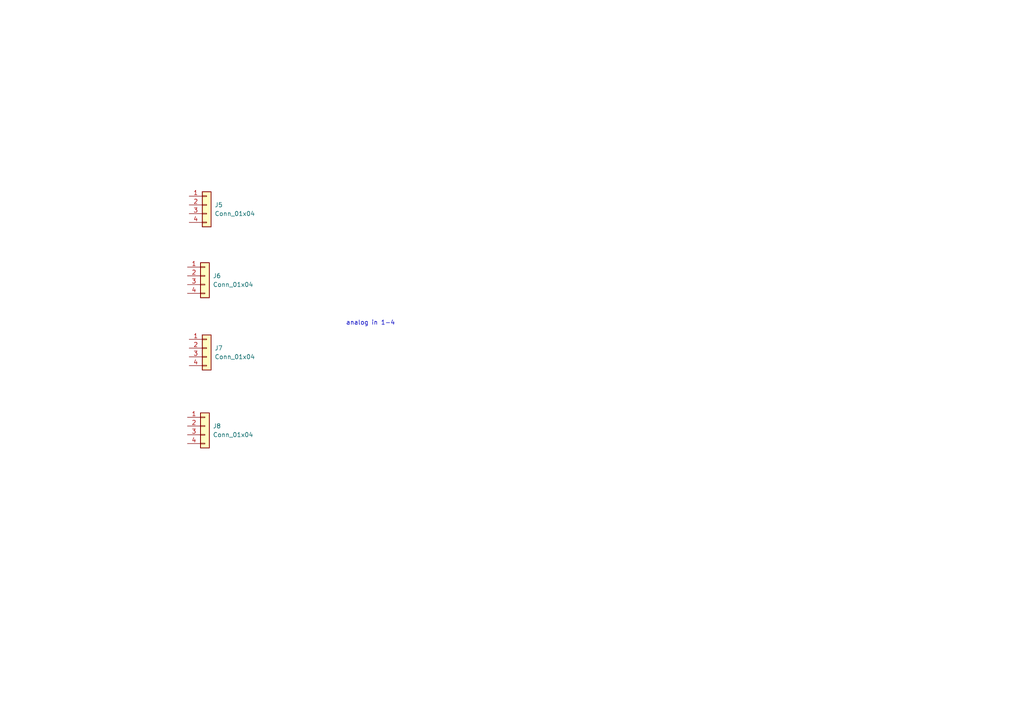
<source format=kicad_sch>
(kicad_sch (version 20230121) (generator eeschema)
  (paper "A4")
  (lib_symbols
    (symbol "Connector_Generic:Conn_01x04" (pin_names (offset 1.016) hide)
      (property "Reference" "J" (at 0 5.08 0))
      (property "Value" "Conn_01x04" (at 0 -7.62 0))
      (symbol "Conn_01x04_1_1"
        (rectangle (start -1.27 -4.953) (end 0 -5.207) (stroke (width 0.1524)))
        (rectangle (start -1.27 -2.413) (end 0 -2.667) (stroke (width 0.1524)))
        (rectangle (start -1.27 0.127) (end 0 -0.127) (stroke (width 0.1524)))
        (rectangle (start -1.27 2.667) (end 0 2.413) (stroke (width 0.1524)))
        (rectangle (start -1.27 3.81) (end 1.27 -6.35) (stroke (width 0.254)) (fill (type background)))
        (pin passive line (at -5.08 2.54 0) (length 3.81) (name "Pin_1") (number "1"))
        (pin passive line (at -5.08 0 0) (length 3.81) (name "Pin_2") (number "2"))
        (pin passive line (at -5.08 -2.54 0) (length 3.81) (name "Pin_3") (number "3"))
        (pin passive line (at -5.08 -5.08 0) (length 3.81) (name "Pin_4") (number "4"))
      )
    )
  )
  (text "analog in 1-4" (at 100.33 94.488 0) (effects (font (size 1.27 1.27)) (justify left bottom)))
  (symbol (lib_id "Connector_Generic:Conn_01x04") (at 59.436 80.01 0) (unit 1)
    (property "Reference" "J6" (at 61.722 80.01 0) (effects (justify left)))
    (property "Value" "Conn_01x04" (at 61.722 82.55 0) (effects (justify left)))
  )
  (symbol (lib_id "Connector_Generic:Conn_01x04") (at 59.436 123.571 0) (unit 1)
    (property "Reference" "J8" (at 61.722 123.571 0) (effects (justify left)))
    (property "Value" "Conn_01x04" (at 61.722 126.111 0) (effects (justify left)))
  )
  (symbol (lib_id "Connector_Generic:Conn_01x04") (at 59.944 100.965 0) (unit 1)
    (property "Reference" "J7" (at 62.23 100.965 0) (effects (justify left)))
    (property "Value" "Conn_01x04" (at 62.23 103.505 0) (effects (justify left)))
  )
  (symbol (lib_id "Connector_Generic:Conn_01x04") (at 59.944 59.436 0) (unit 1)
    (property "Reference" "J5" (at 62.23 59.436 0) (effects (justify left)))
    (property "Value" "Conn_01x04" (at 62.23 61.976 0) (effects (justify left)))
  )
)
</source>
